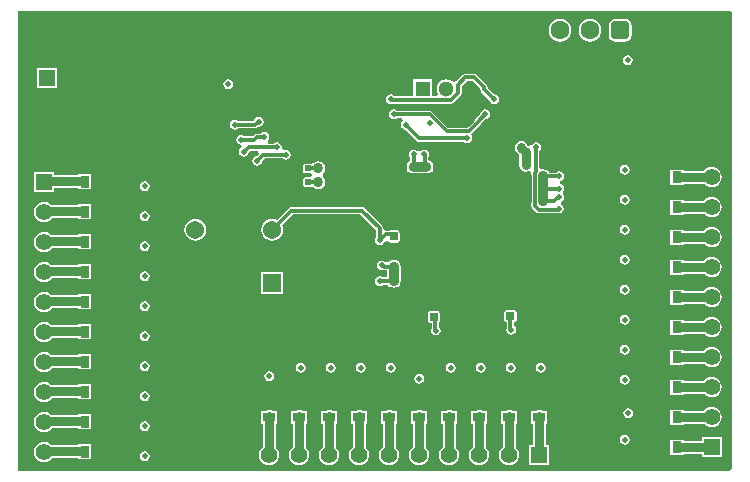
<source format=gbl>
G04*
G04 #@! TF.GenerationSoftware,Altium Limited,Altium Designer,25.7.1 (20)*
G04*
G04 Layer_Physical_Order=4*
G04 Layer_Color=16711680*
%FSLAX44Y44*%
%MOMM*%
G71*
G04*
G04 #@! TF.SameCoordinates,711889C3-5294-40D1-B7F6-5CF0684BB26A*
G04*
G04*
G04 #@! TF.FilePolarity,Positive*
G04*
G01*
G75*
%ADD17R,1.0000X0.8000*%
%ADD19R,0.8000X1.0000*%
G04:AMPARAMS|DCode=22|XSize=0.76mm|YSize=0.6604mm|CornerRadius=0.0825mm|HoleSize=0mm|Usage=FLASHONLY|Rotation=0.000|XOffset=0mm|YOffset=0mm|HoleType=Round|Shape=RoundedRectangle|*
%AMROUNDEDRECTD22*
21,1,0.7600,0.4953,0,0,0.0*
21,1,0.5949,0.6604,0,0,0.0*
1,1,0.1651,0.2975,-0.2477*
1,1,0.1651,-0.2975,-0.2477*
1,1,0.1651,-0.2975,0.2477*
1,1,0.1651,0.2975,0.2477*
%
%ADD22ROUNDEDRECTD22*%
%ADD37R,1.3900X1.3900*%
%ADD38C,1.3900*%
%ADD41R,1.3000X1.3000*%
%ADD42C,1.3000*%
%ADD43C,1.5400*%
%ADD45R,1.5400X1.5400*%
%ADD50C,0.2997*%
%ADD51C,0.7366*%
%ADD52C,0.8128*%
%ADD54C,1.6000*%
G04:AMPARAMS|DCode=55|XSize=1.6mm|YSize=1.6mm|CornerRadius=0.4mm|HoleSize=0mm|Usage=FLASHONLY|Rotation=180.000|XOffset=0mm|YOffset=0mm|HoleType=Round|Shape=RoundedRectangle|*
%AMROUNDEDRECTD55*
21,1,1.6000,0.8000,0,0,180.0*
21,1,0.8000,1.6000,0,0,180.0*
1,1,0.8000,-0.4000,0.4000*
1,1,0.8000,0.4000,0.4000*
1,1,0.8000,0.4000,-0.4000*
1,1,0.8000,-0.4000,-0.4000*
%
%ADD55ROUNDEDRECTD55*%
%ADD56C,0.8600*%
%ADD57C,1.4000*%
%ADD58R,1.4000X1.4000*%
%ADD59R,1.4000X1.4000*%
%ADD60C,0.5080*%
G04:AMPARAMS|DCode=69|XSize=0.76mm|YSize=0.6604mm|CornerRadius=0.0825mm|HoleSize=0mm|Usage=FLASHONLY|Rotation=90.000|XOffset=0mm|YOffset=0mm|HoleType=Round|Shape=RoundedRectangle|*
%AMROUNDEDRECTD69*
21,1,0.7600,0.4953,0,0,90.0*
21,1,0.5949,0.6604,0,0,90.0*
1,1,0.1651,0.2477,0.2975*
1,1,0.1651,0.2477,-0.2975*
1,1,0.1651,-0.2477,-0.2975*
1,1,0.1651,-0.2477,0.2975*
%
%ADD69ROUNDEDRECTD69*%
G04:AMPARAMS|DCode=70|XSize=0.55mm|YSize=0.5mm|CornerRadius=0.0625mm|HoleSize=0mm|Usage=FLASHONLY|Rotation=180.000|XOffset=0mm|YOffset=0mm|HoleType=Round|Shape=RoundedRectangle|*
%AMROUNDEDRECTD70*
21,1,0.5500,0.3750,0,0,180.0*
21,1,0.4250,0.5000,0,0,180.0*
1,1,0.1250,-0.2125,0.1875*
1,1,0.1250,0.2125,0.1875*
1,1,0.1250,0.2125,-0.1875*
1,1,0.1250,-0.2125,-0.1875*
%
%ADD70ROUNDEDRECTD70*%
G36*
X610252Y574157D02*
X610253Y188307D01*
X607713Y186038D01*
X5698D01*
Y574692D01*
X609600D01*
X610252Y574157D01*
D02*
G37*
%LPC*%
G36*
X490220Y568406D02*
X487734Y568079D01*
X485417Y567119D01*
X483427Y565593D01*
X481901Y563603D01*
X480941Y561286D01*
X480614Y558800D01*
X480941Y556314D01*
X481901Y553997D01*
X483427Y552007D01*
X485417Y550481D01*
X487734Y549521D01*
X490220Y549194D01*
X492706Y549521D01*
X495023Y550481D01*
X497013Y552007D01*
X498539Y553997D01*
X499499Y556314D01*
X499826Y558800D01*
X499499Y561286D01*
X498539Y563603D01*
X497013Y565593D01*
X495023Y567119D01*
X492706Y568079D01*
X490220Y568406D01*
D02*
G37*
G36*
X464820D02*
X462334Y568079D01*
X460017Y567119D01*
X458027Y565593D01*
X456501Y563603D01*
X455541Y561286D01*
X455214Y558800D01*
X455541Y556314D01*
X456501Y553997D01*
X458027Y552007D01*
X460017Y550481D01*
X462334Y549521D01*
X464820Y549194D01*
X467306Y549521D01*
X469623Y550481D01*
X471613Y552007D01*
X473139Y553997D01*
X474099Y556314D01*
X474426Y558800D01*
X474099Y561286D01*
X473139Y563603D01*
X471613Y565593D01*
X469623Y567119D01*
X467306Y568079D01*
X464820Y568406D01*
D02*
G37*
G36*
X519620Y568432D02*
X511620D01*
X509465Y568004D01*
X507637Y566783D01*
X506417Y564955D01*
X505988Y562800D01*
Y554800D01*
X506417Y552645D01*
X507637Y550817D01*
X509465Y549596D01*
X511620Y549168D01*
X519620D01*
X521775Y549596D01*
X523603Y550817D01*
X524823Y552645D01*
X525252Y554800D01*
Y562800D01*
X524823Y564955D01*
X523603Y566783D01*
X521775Y568004D01*
X519620Y568432D01*
D02*
G37*
G36*
X521970Y537544D02*
X520384Y537228D01*
X519040Y536330D01*
X518142Y534986D01*
X517826Y533400D01*
X518142Y531814D01*
X519040Y530470D01*
X520384Y529572D01*
X521970Y529256D01*
X523556Y529572D01*
X524900Y530470D01*
X525798Y531814D01*
X526114Y533400D01*
X525798Y534986D01*
X524900Y536330D01*
X523556Y537228D01*
X521970Y537544D01*
D02*
G37*
G36*
X392244Y521874D02*
X384356D01*
X383176Y521640D01*
X382177Y520972D01*
X376778Y515574D01*
X374854Y515168D01*
X373424Y515452D01*
X372347Y516279D01*
X370395Y517088D01*
X368300Y517363D01*
X366205Y517088D01*
X364253Y516279D01*
X362577Y514993D01*
X361291Y513317D01*
X360482Y511365D01*
X360207Y509270D01*
X360482Y507175D01*
X361291Y505223D01*
X359927Y502829D01*
X356324D01*
Y517294D01*
X340276D01*
Y502829D01*
X324561D01*
X324240Y503310D01*
X322896Y504208D01*
X321310Y504524D01*
X319724Y504208D01*
X318380Y503310D01*
X317482Y501966D01*
X317166Y500380D01*
X317482Y498794D01*
X318380Y497450D01*
X319724Y496552D01*
X321310Y496236D01*
X322896Y496552D01*
X323066Y496666D01*
X372244D01*
X373424Y496900D01*
X374424Y497568D01*
X380479Y503624D01*
X381147Y504624D01*
X381382Y505803D01*
Y511460D01*
X385632Y515711D01*
X390968D01*
X397311Y509368D01*
Y508927D01*
X397546Y507748D01*
X398214Y506748D01*
X404850Y500112D01*
X405112Y498794D01*
X406010Y497450D01*
X407354Y496552D01*
X408940Y496236D01*
X410526Y496552D01*
X411870Y497450D01*
X412768Y498794D01*
X413084Y500380D01*
X412768Y501966D01*
X411870Y503310D01*
X410526Y504208D01*
X409208Y504470D01*
X403475Y510204D01*
Y510644D01*
X403240Y511823D01*
X402572Y512823D01*
X394424Y520972D01*
X393424Y521640D01*
X392244Y521874D01*
D02*
G37*
G36*
X38834Y527008D02*
X21886D01*
Y510060D01*
X38834D01*
Y527008D01*
D02*
G37*
G36*
X183776Y517184D02*
X182190Y516868D01*
X180846Y515970D01*
X179948Y514626D01*
X179632Y513040D01*
X179948Y511454D01*
X180846Y510110D01*
X182190Y509212D01*
X183776Y508896D01*
X185362Y509212D01*
X186706Y510110D01*
X187604Y511454D01*
X187920Y513040D01*
X187604Y514626D01*
X186706Y515970D01*
X185362Y516868D01*
X183776Y517184D01*
D02*
G37*
G36*
X209550Y485474D02*
X207964Y485158D01*
X206620Y484260D01*
X205722Y482916D01*
X205600Y482302D01*
X205170Y481872D01*
X191933D01*
X190816Y482618D01*
X189230Y482934D01*
X187644Y482618D01*
X186300Y481720D01*
X185402Y480376D01*
X185086Y478790D01*
X185402Y477204D01*
X186300Y475860D01*
X187644Y474962D01*
X189230Y474646D01*
X190816Y474962D01*
X191933Y475708D01*
X206446D01*
X207626Y475943D01*
X208626Y476611D01*
X209259Y477244D01*
X209550Y477186D01*
X211136Y477502D01*
X212480Y478400D01*
X213378Y479744D01*
X213694Y481330D01*
X213378Y482916D01*
X212480Y484260D01*
X211136Y485158D01*
X209550Y485474D01*
D02*
G37*
G36*
X401320Y491824D02*
X399734Y491508D01*
X398390Y490610D01*
X397492Y489266D01*
X397230Y487948D01*
X392826Y483545D01*
X392158Y482545D01*
X392094Y482219D01*
X386311Y476436D01*
X370179D01*
X356756Y489859D01*
X355756Y490527D01*
X354577Y490762D01*
X326553D01*
X325436Y491508D01*
X323850Y491824D01*
X322264Y491508D01*
X320920Y490610D01*
X320022Y489266D01*
X319706Y487680D01*
X320022Y486094D01*
X320920Y484750D01*
X322264Y483852D01*
X323850Y483536D01*
X325436Y483852D01*
X326553Y484598D01*
X330816D01*
X331586Y482058D01*
X331080Y481720D01*
X330182Y480376D01*
X329866Y478790D01*
X330182Y477204D01*
X331080Y475860D01*
X332424Y474962D01*
X333742Y474700D01*
X343261Y465181D01*
X344261Y464513D01*
X345440Y464278D01*
X383377D01*
X384494Y463532D01*
X386080Y463216D01*
X387666Y463532D01*
X389010Y464430D01*
X389908Y465774D01*
X390224Y467360D01*
X389908Y468946D01*
X389771Y471110D01*
X390650Y472059D01*
X397185Y478593D01*
X397853Y479593D01*
X397918Y479919D01*
X401588Y483590D01*
X402906Y483852D01*
X404250Y484750D01*
X405148Y486094D01*
X405464Y487680D01*
X405148Y489266D01*
X404250Y490610D01*
X402906Y491508D01*
X401320Y491824D01*
D02*
G37*
G36*
X214507Y472650D02*
X212921Y472335D01*
X211577Y471437D01*
X211412Y471190D01*
X207990D01*
X206811Y470955D01*
X205811Y470287D01*
X204696Y469172D01*
X197495D01*
X196378Y469918D01*
X194793Y470234D01*
X193207Y469918D01*
X191863Y469020D01*
X190964Y467676D01*
X190649Y466090D01*
X190964Y464504D01*
X191863Y463160D01*
X193207Y462262D01*
X194793Y461946D01*
X195410Y459613D01*
X194065Y458715D01*
X193167Y457370D01*
X192852Y455785D01*
X193167Y454199D01*
X194065Y452855D01*
X195410Y451956D01*
X196995Y451641D01*
X198581Y451956D01*
X199925Y452855D01*
X200823Y454199D01*
X200946Y454813D01*
X202791Y456658D01*
X208678D01*
X209730Y454118D01*
X208012Y452400D01*
X206694Y452138D01*
X205350Y451240D01*
X204452Y449896D01*
X204136Y448310D01*
X204452Y446724D01*
X205350Y445380D01*
X206694Y444482D01*
X208280Y444166D01*
X209866Y444482D01*
X211210Y445380D01*
X212108Y446724D01*
X212370Y448042D01*
X214636Y450308D01*
X229707D01*
X230824Y449562D01*
X232410Y449246D01*
X233996Y449562D01*
X235340Y450460D01*
X236238Y451804D01*
X236554Y453390D01*
X236238Y454976D01*
X235340Y456320D01*
X233996Y457218D01*
X232410Y457534D01*
X230825Y457218D01*
X230762Y457245D01*
X228857Y458822D01*
X228789Y459012D01*
X228934Y459740D01*
X228618Y461326D01*
X227720Y462670D01*
X226376Y463568D01*
X224790Y463884D01*
X223204Y463568D01*
X222087Y462822D01*
X217886D01*
X217115Y465362D01*
X217437Y465577D01*
X218335Y466921D01*
X218650Y468507D01*
X218335Y470092D01*
X217437Y471437D01*
X216092Y472335D01*
X214507Y472650D01*
D02*
G37*
G36*
X349860Y457788D02*
X348274Y457472D01*
X346930Y456574D01*
X346729Y456273D01*
X343847D01*
X343646Y456574D01*
X342302Y457472D01*
X340716Y457788D01*
X339130Y457472D01*
X337786Y456574D01*
X336888Y455230D01*
X336572Y453644D01*
X336888Y452058D01*
X337634Y450941D01*
Y448111D01*
X336825Y447950D01*
X336048Y447430D01*
X335528Y446653D01*
X335346Y445737D01*
Y444906D01*
X335019Y443260D01*
X335346Y441614D01*
Y440784D01*
X335528Y439867D01*
X336048Y439090D01*
X336825Y438570D01*
X337742Y438388D01*
X337949D01*
X338536Y437996D01*
X340716Y437562D01*
X351638D01*
X353818Y437996D01*
X354405Y438388D01*
X354613D01*
X355529Y438570D01*
X356306Y439090D01*
X356826Y439867D01*
X357008Y440784D01*
Y441614D01*
X357336Y443260D01*
X357008Y444906D01*
Y445737D01*
X356826Y446653D01*
X356306Y447430D01*
X355529Y447950D01*
X354613Y448132D01*
X354405D01*
X353818Y448524D01*
X353340Y448619D01*
Y451538D01*
X353688Y452058D01*
X354004Y453644D01*
X353688Y455230D01*
X352790Y456574D01*
X351446Y457472D01*
X349860Y457788D01*
D02*
G37*
G36*
X260062Y448056D02*
X257790Y447604D01*
X255863Y446317D01*
X254272Y445677D01*
X253433Y445844D01*
X249183D01*
X248344Y445677D01*
X247634Y445202D01*
X247159Y444492D01*
X246992Y443653D01*
Y439903D01*
X247159Y439064D01*
X247634Y438354D01*
X248344Y437879D01*
X249183Y437712D01*
X253433D01*
X253790Y437783D01*
X254491Y437391D01*
X254697Y436514D01*
X254093Y434174D01*
X253943Y434083D01*
X253433Y434184D01*
X249183D01*
X248345Y434017D01*
X247634Y433542D01*
X247159Y432831D01*
X246992Y431993D01*
Y428243D01*
X247159Y427405D01*
X247634Y426694D01*
X248345Y426219D01*
X249183Y426052D01*
X253433D01*
X254272Y426219D01*
X255863Y425919D01*
X257790Y424632D01*
X260062Y424180D01*
X262334Y424632D01*
X264261Y425919D01*
X265548Y427846D01*
X266000Y430118D01*
X265548Y432390D01*
X264261Y434317D01*
X263851Y434591D01*
Y437645D01*
X264261Y437919D01*
X265548Y439846D01*
X266000Y442118D01*
X265548Y444390D01*
X264261Y446317D01*
X262334Y447604D01*
X260062Y448056D01*
D02*
G37*
G36*
X593090Y442938D02*
X590865Y442645D01*
X588791Y441786D01*
X587011Y440419D01*
X586419Y439649D01*
X569284D01*
Y440864D01*
X558236D01*
Y427816D01*
X569284D01*
Y429031D01*
X586419D01*
X587011Y428261D01*
X588791Y426894D01*
X590865Y426035D01*
X593090Y425742D01*
X595315Y426035D01*
X597389Y426894D01*
X599169Y428261D01*
X600536Y430041D01*
X601395Y432115D01*
X601688Y434340D01*
X601395Y436565D01*
X600536Y438639D01*
X599169Y440419D01*
X597389Y441786D01*
X595315Y442645D01*
X593090Y442938D01*
D02*
G37*
G36*
X519430Y444834D02*
X517844Y444518D01*
X516500Y443620D01*
X515602Y442276D01*
X515286Y440690D01*
X515602Y439104D01*
X516500Y437760D01*
X517844Y436862D01*
X519430Y436546D01*
X521016Y436862D01*
X522360Y437760D01*
X523258Y439104D01*
X523574Y440690D01*
X523258Y442276D01*
X522360Y443620D01*
X521016Y444518D01*
X519430Y444834D01*
D02*
G37*
G36*
X431800Y465049D02*
X429768Y464645D01*
X428046Y463494D01*
X426895Y461772D01*
X426491Y459740D01*
Y459176D01*
X426491Y459176D01*
X426895Y457145D01*
X428046Y455422D01*
X430301Y453167D01*
Y444500D01*
X430705Y442468D01*
X431856Y440746D01*
X433578Y439595D01*
X435610Y439191D01*
X437642Y439595D01*
X438156Y439939D01*
X440442Y438411D01*
X440418Y438291D01*
Y410214D01*
X440652Y409034D01*
X441320Y408034D01*
X444600Y404754D01*
X445600Y404086D01*
X446780Y403852D01*
X462127D01*
X462329Y403892D01*
X463550Y403649D01*
X465136Y403964D01*
X466480Y404863D01*
X467378Y406207D01*
X467694Y407793D01*
X467378Y409378D01*
X466480Y410723D01*
X466024Y411027D01*
X465861Y411782D01*
X466007Y413807D01*
X466024Y413849D01*
X466836Y414392D01*
X467734Y415736D01*
X468050Y417322D01*
X467734Y418908D01*
X467551Y419181D01*
X467045Y421005D01*
X467551Y422829D01*
X467734Y423102D01*
X468050Y424688D01*
X467734Y426274D01*
X466836Y427618D01*
X465492Y428516D01*
X465266Y428561D01*
X465070Y428600D01*
Y429080D01*
X465070D01*
Y431190D01*
X465266Y431229D01*
X465492Y431274D01*
X466836Y432172D01*
X467734Y433516D01*
X468050Y435102D01*
X467734Y436688D01*
X466836Y438032D01*
X465492Y438930D01*
X463906Y439246D01*
X462320Y438930D01*
X461393Y438311D01*
X455458D01*
Y438330D01*
X455276Y439247D01*
X454757Y440024D01*
X453979Y440544D01*
X453063Y440726D01*
X452232D01*
X450586Y441054D01*
X449883Y440914D01*
X447343Y442481D01*
Y456752D01*
X447430Y456810D01*
X448328Y458154D01*
X448644Y459740D01*
X448328Y461326D01*
X447430Y462670D01*
X446086Y463568D01*
X444500Y463884D01*
X442914Y463568D01*
X441570Y462670D01*
X440704Y461373D01*
X440671Y461325D01*
X437929Y460556D01*
X436689Y461796D01*
X435554Y463494D01*
X433832Y464645D01*
X431800Y465049D01*
D02*
G37*
G36*
X36464Y439054D02*
X19416D01*
Y422006D01*
X36464D01*
Y425491D01*
X56706D01*
Y424006D01*
X67754D01*
Y437054D01*
X56706D01*
Y436109D01*
X36464D01*
Y439054D01*
D02*
G37*
G36*
X113030Y430864D02*
X111444Y430548D01*
X110100Y429650D01*
X109202Y428306D01*
X108886Y426720D01*
X109202Y425134D01*
X110100Y423790D01*
X111444Y422892D01*
X113030Y422576D01*
X114616Y422892D01*
X115960Y423790D01*
X116858Y425134D01*
X117174Y426720D01*
X116858Y428306D01*
X115960Y429650D01*
X114616Y430548D01*
X113030Y430864D01*
D02*
G37*
G36*
X593090Y417537D02*
X590865Y417245D01*
X588791Y416386D01*
X587011Y415019D01*
X586419Y414249D01*
X569284D01*
Y415464D01*
X558236D01*
Y402416D01*
X569284D01*
Y403631D01*
X586419D01*
X587011Y402861D01*
X588791Y401494D01*
X590865Y400635D01*
X593090Y400342D01*
X595315Y400635D01*
X597389Y401494D01*
X599169Y402861D01*
X600536Y404641D01*
X601395Y406715D01*
X601688Y408940D01*
X601395Y411165D01*
X600536Y413239D01*
X599169Y415019D01*
X597389Y416386D01*
X595315Y417245D01*
X593090Y417537D01*
D02*
G37*
G36*
X519430Y419434D02*
X517844Y419118D01*
X516500Y418220D01*
X515602Y416876D01*
X515286Y415290D01*
X515602Y413704D01*
X516500Y412360D01*
X517844Y411462D01*
X519430Y411146D01*
X521016Y411462D01*
X522360Y412360D01*
X523258Y413704D01*
X523574Y415290D01*
X523258Y416876D01*
X522360Y418220D01*
X521016Y419118D01*
X519430Y419434D01*
D02*
G37*
G36*
X27940Y413727D02*
X25715Y413435D01*
X23641Y412576D01*
X21861Y411209D01*
X20494Y409429D01*
X19635Y407355D01*
X19342Y405130D01*
X19635Y402905D01*
X20494Y400831D01*
X21861Y399051D01*
X23641Y397684D01*
X25715Y396825D01*
X27940Y396533D01*
X30165Y396825D01*
X32239Y397684D01*
X34019Y399051D01*
X34818Y400091D01*
X56706D01*
Y398606D01*
X67754D01*
Y411654D01*
X56706D01*
Y410709D01*
X34403D01*
X34019Y411209D01*
X32239Y412576D01*
X30165Y413435D01*
X27940Y413727D01*
D02*
G37*
G36*
X113030Y405464D02*
X111444Y405148D01*
X110100Y404250D01*
X109202Y402906D01*
X108886Y401320D01*
X109202Y399734D01*
X110100Y398390D01*
X111444Y397492D01*
X113030Y397176D01*
X114616Y397492D01*
X115960Y398390D01*
X116858Y399734D01*
X117174Y401320D01*
X116858Y402906D01*
X115960Y404250D01*
X114616Y405148D01*
X113030Y405464D01*
D02*
G37*
G36*
X593090Y392137D02*
X590865Y391845D01*
X588791Y390986D01*
X587011Y389619D01*
X586419Y388849D01*
X569284D01*
Y390064D01*
X558236D01*
Y377016D01*
X569284D01*
Y378231D01*
X586419D01*
X587011Y377461D01*
X588791Y376094D01*
X590865Y375235D01*
X593090Y374943D01*
X595315Y375235D01*
X597389Y376094D01*
X599169Y377461D01*
X600536Y379241D01*
X601395Y381315D01*
X601688Y383540D01*
X601395Y385765D01*
X600536Y387839D01*
X599169Y389619D01*
X597389Y390986D01*
X595315Y391845D01*
X593090Y392137D01*
D02*
G37*
G36*
X519430Y394034D02*
X517844Y393718D01*
X516500Y392820D01*
X515602Y391476D01*
X515286Y389890D01*
X515602Y388304D01*
X516500Y386960D01*
X517844Y386062D01*
X519430Y385746D01*
X521016Y386062D01*
X522360Y386960D01*
X523258Y388304D01*
X523574Y389890D01*
X523258Y391476D01*
X522360Y392820D01*
X521016Y393718D01*
X519430Y394034D01*
D02*
G37*
G36*
X156082Y399194D02*
X153674Y398877D01*
X151430Y397947D01*
X149503Y396469D01*
X148025Y394542D01*
X147095Y392298D01*
X146778Y389890D01*
X147095Y387482D01*
X148025Y385238D01*
X149503Y383311D01*
X151430Y381833D01*
X153674Y380903D01*
X156082Y380586D01*
X158490Y380903D01*
X160734Y381833D01*
X162661Y383311D01*
X164139Y385238D01*
X165069Y387482D01*
X165386Y389890D01*
X165069Y392298D01*
X164139Y394542D01*
X162661Y396469D01*
X160734Y397947D01*
X158490Y398877D01*
X156082Y399194D01*
D02*
G37*
G36*
X297028Y409228D02*
X237338D01*
X236159Y408993D01*
X235159Y408325D01*
X225060Y398226D01*
X223490Y398877D01*
X221082Y399194D01*
X218674Y398877D01*
X216430Y397947D01*
X214503Y396469D01*
X213025Y394542D01*
X212096Y392298D01*
X211779Y389890D01*
X212096Y387482D01*
X213025Y385238D01*
X214503Y383311D01*
X216430Y381833D01*
X218674Y380903D01*
X221082Y380586D01*
X223490Y380903D01*
X225734Y381833D01*
X227661Y383311D01*
X229139Y385238D01*
X230069Y387482D01*
X230386Y389890D01*
X230069Y392298D01*
X229418Y393868D01*
X238615Y403064D01*
X295751D01*
X308932Y389883D01*
Y383703D01*
X308186Y382586D01*
X307870Y381000D01*
X308186Y379414D01*
X309084Y378070D01*
X310428Y377172D01*
X312014Y376856D01*
X313600Y377172D01*
X314944Y378070D01*
X315842Y379414D01*
X318489Y380772D01*
X319374Y380411D01*
X319894Y379634D01*
X320671Y379114D01*
X321587Y378932D01*
X326540D01*
X327457Y379114D01*
X328234Y379634D01*
X328754Y380411D01*
X328936Y381328D01*
Y387276D01*
X328754Y388193D01*
X328234Y388970D01*
X327457Y389490D01*
X326540Y389672D01*
X321587D01*
X320671Y389490D01*
X320180Y389162D01*
X317094D01*
X315096Y391160D01*
X314861Y392339D01*
X314193Y393339D01*
X299207Y408325D01*
X298207Y408993D01*
X297028Y409228D01*
D02*
G37*
G36*
X27940Y388327D02*
X25715Y388035D01*
X23641Y387176D01*
X21861Y385809D01*
X20494Y384029D01*
X19635Y381955D01*
X19342Y379730D01*
X19635Y377505D01*
X20494Y375431D01*
X21861Y373651D01*
X23641Y372284D01*
X25715Y371425D01*
X27940Y371133D01*
X30165Y371425D01*
X32239Y372284D01*
X34019Y373651D01*
X34818Y374691D01*
X56706D01*
Y373206D01*
X67754D01*
Y386254D01*
X56706D01*
Y385309D01*
X34403D01*
X34019Y385809D01*
X32239Y387176D01*
X30165Y388035D01*
X27940Y388327D01*
D02*
G37*
G36*
X113030Y380064D02*
X111444Y379748D01*
X110100Y378850D01*
X109202Y377506D01*
X108886Y375920D01*
X109202Y374334D01*
X110100Y372990D01*
X111444Y372092D01*
X113030Y371776D01*
X114616Y372092D01*
X115960Y372990D01*
X116858Y374334D01*
X117174Y375920D01*
X116858Y377506D01*
X115960Y378850D01*
X114616Y379748D01*
X113030Y380064D01*
D02*
G37*
G36*
X593090Y366738D02*
X590865Y366445D01*
X588791Y365586D01*
X587011Y364219D01*
X586419Y363449D01*
X569284D01*
Y364664D01*
X558236D01*
Y351616D01*
X569284D01*
Y352831D01*
X586419D01*
X587011Y352061D01*
X588791Y350694D01*
X590865Y349835D01*
X593090Y349543D01*
X595315Y349835D01*
X597389Y350694D01*
X599169Y352061D01*
X600536Y353841D01*
X601395Y355915D01*
X601688Y358140D01*
X601395Y360365D01*
X600536Y362439D01*
X599169Y364219D01*
X597389Y365586D01*
X595315Y366445D01*
X593090Y366738D01*
D02*
G37*
G36*
X324064Y364345D02*
X322418Y364018D01*
X321587D01*
X320671Y363836D01*
X319894Y363316D01*
X319648Y362948D01*
X317537Y362602D01*
X316900Y362624D01*
X315555Y363522D01*
X313970Y363837D01*
X312384Y363522D01*
X311040Y362624D01*
X310142Y361279D01*
X309826Y359694D01*
X310142Y358108D01*
X311040Y356764D01*
X312384Y355866D01*
X313970Y355550D01*
X314815Y355718D01*
X315579Y355566D01*
X318367D01*
Y349538D01*
X314717D01*
X313600Y350284D01*
X312014Y350600D01*
X310428Y350284D01*
X309084Y349386D01*
X308186Y348042D01*
X307870Y346456D01*
X308186Y344870D01*
X309084Y343526D01*
X310428Y342628D01*
X312014Y342312D01*
X313600Y342628D01*
X314717Y343374D01*
X319213D01*
X319374Y342565D01*
X319894Y341788D01*
X320671Y341268D01*
X321587Y341086D01*
X322418D01*
X324064Y340759D01*
X325710Y341086D01*
X326540D01*
X327457Y341268D01*
X328234Y341788D01*
X328754Y342565D01*
X328936Y343481D01*
Y343689D01*
X329328Y344276D01*
X329762Y346456D01*
Y358648D01*
X329328Y360828D01*
X328936Y361415D01*
Y361623D01*
X328754Y362539D01*
X328234Y363316D01*
X327457Y363836D01*
X326540Y364018D01*
X325710D01*
X324064Y364345D01*
D02*
G37*
G36*
X519430Y368634D02*
X517844Y368318D01*
X516500Y367420D01*
X515602Y366076D01*
X515286Y364490D01*
X515602Y362904D01*
X516500Y361560D01*
X517844Y360662D01*
X519430Y360346D01*
X521016Y360662D01*
X522360Y361560D01*
X523258Y362904D01*
X523574Y364490D01*
X523258Y366076D01*
X522360Y367420D01*
X521016Y368318D01*
X519430Y368634D01*
D02*
G37*
G36*
X27940Y362928D02*
X25715Y362635D01*
X23641Y361776D01*
X21861Y360409D01*
X20494Y358629D01*
X19635Y356555D01*
X19342Y354330D01*
X19635Y352105D01*
X20494Y350031D01*
X21861Y348251D01*
X23641Y346884D01*
X25715Y346025D01*
X27940Y345732D01*
X30165Y346025D01*
X32239Y346884D01*
X34019Y348251D01*
X34818Y349291D01*
X56706D01*
Y347806D01*
X67754D01*
Y360854D01*
X56706D01*
Y359909D01*
X34403D01*
X34019Y360409D01*
X32239Y361776D01*
X30165Y362635D01*
X27940Y362928D01*
D02*
G37*
G36*
X113030Y354664D02*
X111444Y354348D01*
X110100Y353450D01*
X109202Y352106D01*
X108886Y350520D01*
X109202Y348934D01*
X110100Y347590D01*
X111444Y346692D01*
X113030Y346376D01*
X114616Y346692D01*
X115960Y347590D01*
X116858Y348934D01*
X117174Y350520D01*
X116858Y352106D01*
X115960Y353450D01*
X114616Y354348D01*
X113030Y354664D01*
D02*
G37*
G36*
X593090Y341338D02*
X590865Y341045D01*
X588791Y340186D01*
X587011Y338819D01*
X586419Y338049D01*
X569284D01*
Y339264D01*
X558236D01*
Y326216D01*
X569284D01*
Y327431D01*
X586419D01*
X587011Y326661D01*
X588791Y325294D01*
X590865Y324435D01*
X593090Y324142D01*
X595315Y324435D01*
X597389Y325294D01*
X599169Y326661D01*
X600536Y328441D01*
X601395Y330515D01*
X601688Y332740D01*
X601395Y334965D01*
X600536Y337039D01*
X599169Y338819D01*
X597389Y340186D01*
X595315Y341045D01*
X593090Y341338D01*
D02*
G37*
G36*
X230306Y354114D02*
X211858D01*
Y335666D01*
X230306D01*
Y354114D01*
D02*
G37*
G36*
X519430Y343234D02*
X517844Y342918D01*
X516500Y342020D01*
X515602Y340676D01*
X515286Y339090D01*
X515602Y337504D01*
X516500Y336160D01*
X517844Y335262D01*
X519430Y334946D01*
X521016Y335262D01*
X522360Y336160D01*
X523258Y337504D01*
X523574Y339090D01*
X523258Y340676D01*
X522360Y342020D01*
X521016Y342918D01*
X519430Y343234D01*
D02*
G37*
G36*
X27940Y337528D02*
X25715Y337235D01*
X23641Y336376D01*
X21861Y335009D01*
X20494Y333229D01*
X19635Y331155D01*
X19342Y328930D01*
X19635Y326705D01*
X20494Y324631D01*
X21861Y322851D01*
X23641Y321484D01*
X25715Y320625D01*
X27940Y320332D01*
X30165Y320625D01*
X32239Y321484D01*
X34019Y322851D01*
X34818Y323891D01*
X56706D01*
Y322406D01*
X67754D01*
Y335454D01*
X56706D01*
Y334509D01*
X34403D01*
X34019Y335009D01*
X32239Y336376D01*
X30165Y337235D01*
X27940Y337528D01*
D02*
G37*
G36*
X113030Y329264D02*
X111444Y328948D01*
X110100Y328050D01*
X109202Y326706D01*
X108886Y325120D01*
X109202Y323534D01*
X110100Y322190D01*
X111444Y321292D01*
X113030Y320976D01*
X114616Y321292D01*
X115960Y322190D01*
X116858Y323534D01*
X117174Y325120D01*
X116858Y326706D01*
X115960Y328050D01*
X114616Y328948D01*
X113030Y329264D01*
D02*
G37*
G36*
X593090Y315938D02*
X590865Y315645D01*
X588791Y314786D01*
X587011Y313419D01*
X586419Y312649D01*
X569284D01*
Y313864D01*
X558236D01*
Y300816D01*
X569284D01*
Y302031D01*
X586419D01*
X587011Y301261D01*
X588791Y299894D01*
X590865Y299035D01*
X593090Y298743D01*
X595315Y299035D01*
X597389Y299894D01*
X599169Y301261D01*
X600536Y303041D01*
X601395Y305115D01*
X601688Y307340D01*
X601395Y309565D01*
X600536Y311639D01*
X599169Y313419D01*
X597389Y314786D01*
X595315Y315645D01*
X593090Y315938D01*
D02*
G37*
G36*
X519430Y317834D02*
X517844Y317518D01*
X516500Y316620D01*
X515602Y315276D01*
X515286Y313690D01*
X515602Y312104D01*
X516500Y310760D01*
X517844Y309862D01*
X519430Y309546D01*
X521016Y309862D01*
X522360Y310760D01*
X523258Y312104D01*
X523574Y313690D01*
X523258Y315276D01*
X522360Y316620D01*
X521016Y317518D01*
X519430Y317834D01*
D02*
G37*
G36*
X425733Y321722D02*
X419784D01*
X418867Y321540D01*
X418090Y321020D01*
X417570Y320243D01*
X417388Y319326D01*
Y314373D01*
X417570Y313457D01*
X418090Y312680D01*
X418867Y312160D01*
X419676Y311999D01*
Y306561D01*
X419376Y305054D01*
X419692Y303468D01*
X420590Y302124D01*
X421934Y301226D01*
X423520Y300910D01*
X425106Y301226D01*
X426450Y302124D01*
X427348Y303468D01*
X427664Y305054D01*
X427348Y306640D01*
X426450Y307984D01*
X425840Y308392D01*
Y311999D01*
X426649Y312160D01*
X427426Y312680D01*
X427946Y313457D01*
X428128Y314373D01*
Y319326D01*
X427946Y320243D01*
X427426Y321020D01*
X426649Y321540D01*
X425733Y321722D01*
D02*
G37*
G36*
X360962Y321072D02*
X355014D01*
X354097Y320890D01*
X353320Y320370D01*
X352800Y319593D01*
X352618Y318676D01*
Y313724D01*
X352800Y312807D01*
X353320Y312030D01*
X354097Y311510D01*
X355014Y311328D01*
X356032D01*
Y306652D01*
X355684Y306132D01*
X355368Y304546D01*
X355684Y302960D01*
X356582Y301616D01*
X357926Y300718D01*
X359512Y300402D01*
X361098Y300718D01*
X362442Y301616D01*
X363340Y302960D01*
X363656Y304546D01*
X363340Y306132D01*
X362442Y307476D01*
X362195Y307641D01*
Y311721D01*
X362657Y312030D01*
X363176Y312807D01*
X363358Y313724D01*
Y318676D01*
X363176Y319593D01*
X362657Y320370D01*
X361879Y320890D01*
X360962Y321072D01*
D02*
G37*
G36*
X27940Y312127D02*
X25715Y311835D01*
X23641Y310976D01*
X21861Y309609D01*
X20494Y307829D01*
X19635Y305755D01*
X19342Y303530D01*
X19635Y301305D01*
X20494Y299231D01*
X21861Y297451D01*
X23641Y296084D01*
X25715Y295225D01*
X27940Y294932D01*
X30165Y295225D01*
X32239Y296084D01*
X34019Y297451D01*
X34818Y298491D01*
X56706D01*
Y297006D01*
X67754D01*
Y310054D01*
X56706D01*
Y309109D01*
X34403D01*
X34019Y309609D01*
X32239Y310976D01*
X30165Y311835D01*
X27940Y312127D01*
D02*
G37*
G36*
X113030Y303864D02*
X111444Y303548D01*
X110100Y302650D01*
X109202Y301306D01*
X108886Y299720D01*
X109202Y298134D01*
X110100Y296790D01*
X111444Y295892D01*
X113030Y295576D01*
X114616Y295892D01*
X115960Y296790D01*
X116858Y298134D01*
X117174Y299720D01*
X116858Y301306D01*
X115960Y302650D01*
X114616Y303548D01*
X113030Y303864D01*
D02*
G37*
G36*
X593090Y290537D02*
X590865Y290245D01*
X588791Y289386D01*
X587011Y288019D01*
X586419Y287249D01*
X569284D01*
Y288464D01*
X558236D01*
Y275416D01*
X569284D01*
Y276631D01*
X586419D01*
X587011Y275861D01*
X588791Y274494D01*
X590865Y273635D01*
X593090Y273342D01*
X595315Y273635D01*
X597389Y274494D01*
X599169Y275861D01*
X600536Y277641D01*
X601395Y279715D01*
X601688Y281940D01*
X601395Y284165D01*
X600536Y286239D01*
X599169Y288019D01*
X597389Y289386D01*
X595315Y290245D01*
X593090Y290537D01*
D02*
G37*
G36*
X519430Y292434D02*
X517844Y292118D01*
X516500Y291220D01*
X515602Y289876D01*
X515286Y288290D01*
X515602Y286704D01*
X516500Y285360D01*
X517844Y284462D01*
X519430Y284146D01*
X521016Y284462D01*
X522360Y285360D01*
X523258Y286704D01*
X523574Y288290D01*
X523258Y289876D01*
X522360Y291220D01*
X521016Y292118D01*
X519430Y292434D01*
D02*
G37*
G36*
X27940Y286728D02*
X25715Y286435D01*
X23641Y285576D01*
X21861Y284209D01*
X20494Y282429D01*
X19635Y280355D01*
X19342Y278130D01*
X19635Y275905D01*
X20494Y273831D01*
X21861Y272051D01*
X23641Y270684D01*
X25715Y269825D01*
X27940Y269533D01*
X30165Y269825D01*
X32239Y270684D01*
X34019Y272051D01*
X34818Y273091D01*
X56706D01*
Y271606D01*
X67754D01*
Y284654D01*
X56706D01*
Y283709D01*
X34403D01*
X34019Y284209D01*
X32239Y285576D01*
X30165Y286435D01*
X27940Y286728D01*
D02*
G37*
G36*
X113030Y278464D02*
X111444Y278148D01*
X110100Y277250D01*
X109202Y275906D01*
X108886Y274320D01*
X109202Y272734D01*
X110100Y271390D01*
X111444Y270492D01*
X113030Y270176D01*
X114616Y270492D01*
X115960Y271390D01*
X116858Y272734D01*
X117174Y274320D01*
X116858Y275906D01*
X115960Y277250D01*
X114616Y278148D01*
X113030Y278464D01*
D02*
G37*
G36*
X448310Y277194D02*
X446724Y276878D01*
X445380Y275980D01*
X444482Y274636D01*
X444166Y273050D01*
X444482Y271464D01*
X445380Y270120D01*
X446724Y269222D01*
X448310Y268906D01*
X449896Y269222D01*
X451240Y270120D01*
X452138Y271464D01*
X452454Y273050D01*
X452138Y274636D01*
X451240Y275980D01*
X449896Y276878D01*
X448310Y277194D01*
D02*
G37*
G36*
X422910D02*
X421324Y276878D01*
X419980Y275980D01*
X419082Y274636D01*
X418766Y273050D01*
X419082Y271464D01*
X419980Y270120D01*
X421324Y269222D01*
X422910Y268906D01*
X424496Y269222D01*
X425840Y270120D01*
X426738Y271464D01*
X427054Y273050D01*
X426738Y274636D01*
X425840Y275980D01*
X424496Y276878D01*
X422910Y277194D01*
D02*
G37*
G36*
X397510D02*
X395924Y276878D01*
X394580Y275980D01*
X393682Y274636D01*
X393366Y273050D01*
X393682Y271464D01*
X394580Y270120D01*
X395924Y269222D01*
X397510Y268906D01*
X399096Y269222D01*
X400440Y270120D01*
X401338Y271464D01*
X401654Y273050D01*
X401338Y274636D01*
X400440Y275980D01*
X399096Y276878D01*
X397510Y277194D01*
D02*
G37*
G36*
X372110D02*
X370524Y276878D01*
X369180Y275980D01*
X368282Y274636D01*
X367966Y273050D01*
X368282Y271464D01*
X369180Y270120D01*
X370524Y269222D01*
X372110Y268906D01*
X373696Y269222D01*
X375040Y270120D01*
X375938Y271464D01*
X376254Y273050D01*
X375938Y274636D01*
X375040Y275980D01*
X373696Y276878D01*
X372110Y277194D01*
D02*
G37*
G36*
X321310D02*
X319724Y276878D01*
X318380Y275980D01*
X317482Y274636D01*
X317166Y273050D01*
X317482Y271464D01*
X318380Y270120D01*
X319724Y269222D01*
X321310Y268906D01*
X322896Y269222D01*
X324240Y270120D01*
X325138Y271464D01*
X325454Y273050D01*
X325138Y274636D01*
X324240Y275980D01*
X322896Y276878D01*
X321310Y277194D01*
D02*
G37*
G36*
X295910D02*
X294324Y276878D01*
X292980Y275980D01*
X292082Y274636D01*
X291766Y273050D01*
X292082Y271464D01*
X292980Y270120D01*
X294324Y269222D01*
X295910Y268906D01*
X297496Y269222D01*
X298840Y270120D01*
X299738Y271464D01*
X300054Y273050D01*
X299738Y274636D01*
X298840Y275980D01*
X297496Y276878D01*
X295910Y277194D01*
D02*
G37*
G36*
X270510D02*
X268924Y276878D01*
X267580Y275980D01*
X266682Y274636D01*
X266366Y273050D01*
X266682Y271464D01*
X267580Y270120D01*
X268924Y269222D01*
X270510Y268906D01*
X272096Y269222D01*
X273440Y270120D01*
X274338Y271464D01*
X274654Y273050D01*
X274338Y274636D01*
X273440Y275980D01*
X272096Y276878D01*
X270510Y277194D01*
D02*
G37*
G36*
X245110D02*
X243524Y276878D01*
X242180Y275980D01*
X241282Y274636D01*
X240966Y273050D01*
X241282Y271464D01*
X242180Y270120D01*
X243524Y269222D01*
X245110Y268906D01*
X246696Y269222D01*
X248040Y270120D01*
X248938Y271464D01*
X249254Y273050D01*
X248938Y274636D01*
X248040Y275980D01*
X246696Y276878D01*
X245110Y277194D01*
D02*
G37*
G36*
X593090Y265138D02*
X590865Y264845D01*
X588791Y263986D01*
X587011Y262619D01*
X586419Y261849D01*
X569284D01*
Y263064D01*
X558236D01*
Y250016D01*
X569284D01*
Y251231D01*
X586419D01*
X587011Y250461D01*
X588791Y249094D01*
X590865Y248235D01*
X593090Y247943D01*
X595315Y248235D01*
X597389Y249094D01*
X599169Y250461D01*
X600536Y252241D01*
X601395Y254315D01*
X601688Y256540D01*
X601395Y258765D01*
X600536Y260839D01*
X599169Y262619D01*
X597389Y263986D01*
X595315Y264845D01*
X593090Y265138D01*
D02*
G37*
G36*
X218440Y270075D02*
X216854Y269759D01*
X215510Y268861D01*
X214612Y267517D01*
X214296Y265931D01*
X214612Y264345D01*
X215510Y263001D01*
X216854Y262103D01*
X218440Y261787D01*
X220026Y262103D01*
X221370Y263001D01*
X222268Y264345D01*
X222584Y265931D01*
X222268Y267517D01*
X221370Y268861D01*
X220026Y269759D01*
X218440Y270075D01*
D02*
G37*
G36*
X345440Y267796D02*
X343854Y267481D01*
X342510Y266582D01*
X341612Y265238D01*
X341296Y263652D01*
X341612Y262067D01*
X342510Y260722D01*
X343854Y259824D01*
X345440Y259509D01*
X347026Y259824D01*
X348370Y260722D01*
X349268Y262067D01*
X349584Y263652D01*
X349268Y265238D01*
X348370Y266582D01*
X347026Y267481D01*
X345440Y267796D01*
D02*
G37*
G36*
X519430Y267034D02*
X517844Y266718D01*
X516500Y265820D01*
X515602Y264476D01*
X515286Y262890D01*
X515602Y261304D01*
X516500Y259960D01*
X517844Y259062D01*
X519430Y258746D01*
X521016Y259062D01*
X522360Y259960D01*
X523258Y261304D01*
X523574Y262890D01*
X523258Y264476D01*
X522360Y265820D01*
X521016Y266718D01*
X519430Y267034D01*
D02*
G37*
G36*
X27940Y261327D02*
X25715Y261035D01*
X23641Y260176D01*
X21861Y258809D01*
X20494Y257029D01*
X19635Y254955D01*
X19342Y252730D01*
X19635Y250505D01*
X20494Y248431D01*
X21861Y246651D01*
X23641Y245284D01*
X25715Y244425D01*
X27940Y244132D01*
X30165Y244425D01*
X32239Y245284D01*
X34019Y246651D01*
X34818Y247691D01*
X56706D01*
Y246206D01*
X67754D01*
Y259254D01*
X56706D01*
Y258309D01*
X34403D01*
X34019Y258809D01*
X32239Y260176D01*
X30165Y261035D01*
X27940Y261327D01*
D02*
G37*
G36*
X113030Y253064D02*
X111444Y252748D01*
X110100Y251850D01*
X109202Y250506D01*
X108886Y248920D01*
X109202Y247334D01*
X110100Y245990D01*
X111444Y245092D01*
X113030Y244776D01*
X114616Y245092D01*
X115960Y245990D01*
X116858Y247334D01*
X117174Y248920D01*
X116858Y250506D01*
X115960Y251850D01*
X114616Y252748D01*
X113030Y253064D01*
D02*
G37*
G36*
X593090Y239737D02*
X590865Y239445D01*
X588791Y238586D01*
X587011Y237219D01*
X586419Y236449D01*
X569284D01*
Y237664D01*
X558236D01*
Y224616D01*
X569284D01*
Y225831D01*
X586419D01*
X587011Y225061D01*
X588791Y223694D01*
X590865Y222835D01*
X593090Y222542D01*
X595315Y222835D01*
X597389Y223694D01*
X599169Y225061D01*
X600536Y226841D01*
X601395Y228915D01*
X601688Y231140D01*
X601395Y233365D01*
X600536Y235439D01*
X599169Y237219D01*
X597389Y238586D01*
X595315Y239445D01*
X593090Y239737D01*
D02*
G37*
G36*
X522397Y238666D02*
X520812Y238351D01*
X519467Y237453D01*
X518569Y236108D01*
X518254Y234523D01*
X518569Y232937D01*
X519467Y231593D01*
X520812Y230694D01*
X522397Y230379D01*
X523983Y230694D01*
X525327Y231593D01*
X526226Y232937D01*
X526541Y234523D01*
X526226Y236108D01*
X525327Y237453D01*
X523983Y238351D01*
X522397Y238666D01*
D02*
G37*
G36*
X27940Y235928D02*
X25715Y235635D01*
X23641Y234776D01*
X21861Y233409D01*
X20494Y231629D01*
X19635Y229555D01*
X19342Y227330D01*
X19635Y225105D01*
X20494Y223031D01*
X21861Y221251D01*
X23641Y219884D01*
X25715Y219025D01*
X27940Y218732D01*
X30165Y219025D01*
X32239Y219884D01*
X34019Y221251D01*
X34818Y222291D01*
X56706D01*
Y220806D01*
X67754D01*
Y233854D01*
X56706D01*
Y232909D01*
X34403D01*
X34019Y233409D01*
X32239Y234776D01*
X30165Y235635D01*
X27940Y235928D01*
D02*
G37*
G36*
X113030Y227664D02*
X111444Y227348D01*
X110100Y226450D01*
X109202Y225106D01*
X108886Y223520D01*
X109202Y221934D01*
X110100Y220590D01*
X111444Y219692D01*
X113030Y219376D01*
X114616Y219692D01*
X115960Y220590D01*
X116858Y221934D01*
X117174Y223520D01*
X116858Y225106D01*
X115960Y226450D01*
X114616Y227348D01*
X113030Y227664D01*
D02*
G37*
G36*
X601614Y214264D02*
X584566D01*
Y211049D01*
X569284D01*
Y212264D01*
X558236D01*
Y199216D01*
X569284D01*
Y200431D01*
X584566D01*
Y197216D01*
X601614D01*
Y214264D01*
D02*
G37*
G36*
X519430Y216234D02*
X517844Y215918D01*
X516500Y215020D01*
X515602Y213676D01*
X515286Y212090D01*
X515602Y210504D01*
X516500Y209160D01*
X517844Y208262D01*
X519430Y207946D01*
X521016Y208262D01*
X522360Y209160D01*
X523258Y210504D01*
X523574Y212090D01*
X523258Y213676D01*
X522360Y215020D01*
X521016Y215918D01*
X519430Y216234D01*
D02*
G37*
G36*
X27940Y210527D02*
X25715Y210235D01*
X23641Y209376D01*
X21861Y208009D01*
X20494Y206229D01*
X19635Y204155D01*
X19342Y201930D01*
X19635Y199705D01*
X20494Y197631D01*
X21861Y195851D01*
X23641Y194484D01*
X25715Y193625D01*
X27940Y193333D01*
X30165Y193625D01*
X32239Y194484D01*
X34019Y195851D01*
X34818Y196891D01*
X56706D01*
Y195406D01*
X67754D01*
Y208454D01*
X56706D01*
Y207509D01*
X34403D01*
X34019Y208009D01*
X32239Y209376D01*
X30165Y210235D01*
X27940Y210527D01*
D02*
G37*
G36*
X113030Y202264D02*
X111444Y201948D01*
X110100Y201050D01*
X109202Y199706D01*
X108886Y198120D01*
X109202Y196534D01*
X110100Y195190D01*
X111444Y194292D01*
X113030Y193976D01*
X114616Y194292D01*
X115960Y195190D01*
X116858Y196534D01*
X117174Y198120D01*
X116858Y199706D01*
X115960Y201050D01*
X114616Y201948D01*
X113030Y202264D01*
D02*
G37*
G36*
X447182Y237370D02*
X445151Y236966D01*
X444879Y236784D01*
X440516D01*
Y225736D01*
X441873D01*
Y207914D01*
X438516D01*
Y190866D01*
X455564D01*
Y207914D01*
X452491D01*
Y225736D01*
X453564D01*
Y236784D01*
X449486D01*
X449214Y236966D01*
X447182Y237370D01*
D02*
G37*
G36*
X421782D02*
X419751Y236966D01*
X419479Y236784D01*
X415116D01*
Y225736D01*
X416473D01*
Y206170D01*
X415561Y205469D01*
X414194Y203689D01*
X413335Y201615D01*
X413042Y199390D01*
X413335Y197165D01*
X414194Y195091D01*
X415561Y193311D01*
X417341Y191944D01*
X419415Y191085D01*
X421640Y190793D01*
X423865Y191085D01*
X425939Y191944D01*
X427719Y193311D01*
X429086Y195091D01*
X429945Y197165D01*
X430238Y199390D01*
X429945Y201615D01*
X429086Y203689D01*
X427719Y205469D01*
X427091Y205951D01*
Y225736D01*
X428164D01*
Y236784D01*
X424086D01*
X423814Y236966D01*
X421782Y237370D01*
D02*
G37*
G36*
X396382D02*
X394351Y236966D01*
X394079Y236784D01*
X389716D01*
Y225736D01*
X391073D01*
Y206170D01*
X390161Y205469D01*
X388794Y203689D01*
X387935Y201615D01*
X387643Y199390D01*
X387935Y197165D01*
X388794Y195091D01*
X390161Y193311D01*
X391941Y191944D01*
X394015Y191085D01*
X396240Y190793D01*
X398465Y191085D01*
X400539Y191944D01*
X402319Y193311D01*
X403686Y195091D01*
X404545Y197165D01*
X404837Y199390D01*
X404545Y201615D01*
X403686Y203689D01*
X402319Y205469D01*
X401691Y205951D01*
Y225736D01*
X402764D01*
Y236784D01*
X398686D01*
X398414Y236966D01*
X396382Y237370D01*
D02*
G37*
G36*
X370982D02*
X368951Y236966D01*
X368679Y236784D01*
X364316D01*
Y225736D01*
X365673D01*
Y206170D01*
X364761Y205469D01*
X363394Y203689D01*
X362535Y201615D01*
X362243Y199390D01*
X362535Y197165D01*
X363394Y195091D01*
X364761Y193311D01*
X366541Y191944D01*
X368615Y191085D01*
X370840Y190793D01*
X373065Y191085D01*
X375139Y191944D01*
X376919Y193311D01*
X378286Y195091D01*
X379145Y197165D01*
X379437Y199390D01*
X379145Y201615D01*
X378286Y203689D01*
X376919Y205469D01*
X376291Y205951D01*
Y225736D01*
X377364D01*
Y236784D01*
X373286D01*
X373014Y236966D01*
X370982Y237370D01*
D02*
G37*
G36*
X345582D02*
X343551Y236966D01*
X343279Y236784D01*
X338916D01*
Y225736D01*
X340273D01*
Y206170D01*
X339361Y205469D01*
X337994Y203689D01*
X337135Y201615D01*
X336842Y199390D01*
X337135Y197165D01*
X337994Y195091D01*
X339361Y193311D01*
X341141Y191944D01*
X343215Y191085D01*
X345440Y190793D01*
X347665Y191085D01*
X349739Y191944D01*
X351519Y193311D01*
X352886Y195091D01*
X353745Y197165D01*
X354038Y199390D01*
X353745Y201615D01*
X352886Y203689D01*
X351519Y205469D01*
X350891Y205951D01*
Y225736D01*
X351964D01*
Y236784D01*
X347886D01*
X347614Y236966D01*
X345582Y237370D01*
D02*
G37*
G36*
X320182D02*
X318151Y236966D01*
X317879Y236784D01*
X313516D01*
Y225736D01*
X314873D01*
Y206170D01*
X313961Y205469D01*
X312594Y203689D01*
X311735Y201615D01*
X311443Y199390D01*
X311735Y197165D01*
X312594Y195091D01*
X313961Y193311D01*
X315741Y191944D01*
X317815Y191085D01*
X320040Y190793D01*
X322265Y191085D01*
X324339Y191944D01*
X326119Y193311D01*
X327486Y195091D01*
X328345Y197165D01*
X328638Y199390D01*
X328345Y201615D01*
X327486Y203689D01*
X326119Y205469D01*
X325491Y205951D01*
Y225736D01*
X326564D01*
Y236784D01*
X322486D01*
X322214Y236966D01*
X320182Y237370D01*
D02*
G37*
G36*
X294782D02*
X292751Y236966D01*
X292479Y236784D01*
X288116D01*
Y225736D01*
X289473D01*
Y206170D01*
X288561Y205469D01*
X287194Y203689D01*
X286335Y201615D01*
X286042Y199390D01*
X286335Y197165D01*
X287194Y195091D01*
X288561Y193311D01*
X290341Y191944D01*
X292415Y191085D01*
X294640Y190793D01*
X296865Y191085D01*
X298939Y191944D01*
X300719Y193311D01*
X302086Y195091D01*
X302945Y197165D01*
X303237Y199390D01*
X302945Y201615D01*
X302086Y203689D01*
X300719Y205469D01*
X300091Y205951D01*
Y225736D01*
X301164D01*
Y236784D01*
X297086D01*
X296814Y236966D01*
X294782Y237370D01*
D02*
G37*
G36*
X269382D02*
X267351Y236966D01*
X267079Y236784D01*
X262716D01*
Y225736D01*
X264073D01*
Y206170D01*
X263161Y205469D01*
X261794Y203689D01*
X260935Y201615D01*
X260643Y199390D01*
X260935Y197165D01*
X261794Y195091D01*
X263161Y193311D01*
X264941Y191944D01*
X267015Y191085D01*
X269240Y190793D01*
X271465Y191085D01*
X273539Y191944D01*
X275319Y193311D01*
X276686Y195091D01*
X277545Y197165D01*
X277838Y199390D01*
X277545Y201615D01*
X276686Y203689D01*
X275319Y205469D01*
X274691Y205951D01*
Y225736D01*
X275764D01*
Y236784D01*
X271686D01*
X271414Y236966D01*
X269382Y237370D01*
D02*
G37*
G36*
X243982D02*
X241951Y236966D01*
X241679Y236784D01*
X237316D01*
Y225736D01*
X238673D01*
Y206170D01*
X237761Y205469D01*
X236394Y203689D01*
X235535Y201615D01*
X235243Y199390D01*
X235535Y197165D01*
X236394Y195091D01*
X237761Y193311D01*
X239541Y191944D01*
X241615Y191085D01*
X243840Y190793D01*
X246065Y191085D01*
X248139Y191944D01*
X249919Y193311D01*
X251286Y195091D01*
X252145Y197165D01*
X252437Y199390D01*
X252145Y201615D01*
X251286Y203689D01*
X249919Y205469D01*
X249291Y205951D01*
Y225736D01*
X250364D01*
Y236784D01*
X246286D01*
X246014Y236966D01*
X243982Y237370D01*
D02*
G37*
G36*
X218582Y237370D02*
X216551Y236966D01*
X216279Y236784D01*
X211916D01*
Y225736D01*
X213273D01*
Y206170D01*
X212361Y205469D01*
X210994Y203689D01*
X210135Y201615D01*
X209842Y199390D01*
X210135Y197165D01*
X210994Y195091D01*
X212361Y193311D01*
X214141Y191944D01*
X216215Y191085D01*
X218440Y190793D01*
X220665Y191085D01*
X222739Y191944D01*
X224519Y193311D01*
X225886Y195091D01*
X226745Y197165D01*
X227038Y199390D01*
X226745Y201615D01*
X225886Y203689D01*
X224519Y205469D01*
X223891Y205951D01*
Y225736D01*
X224964D01*
Y236784D01*
X220886D01*
X220614Y236966D01*
X218582Y237370D01*
D02*
G37*
%LPD*%
D17*
X447040Y246260D02*
D03*
X421640D02*
D03*
X396240Y246260D02*
D03*
X370840D02*
D03*
X345440D02*
D03*
X320040D02*
D03*
X294640D02*
D03*
X218440D02*
D03*
X243840D02*
D03*
X269240D02*
D03*
X421640Y231260D02*
D03*
X370840Y231260D02*
D03*
X218440D02*
D03*
X243840D02*
D03*
X269240D02*
D03*
X294640D02*
D03*
X320040D02*
D03*
X345440D02*
D03*
X396240D02*
D03*
X447040Y231260D02*
D03*
D19*
X548760Y434340D02*
D03*
Y408940D02*
D03*
Y383540D02*
D03*
Y358140D02*
D03*
Y332740D02*
D03*
Y307340D02*
D03*
Y281940D02*
D03*
Y256540D02*
D03*
Y231140D02*
D03*
Y205740D02*
D03*
X77230Y430530D02*
D03*
Y405130D02*
D03*
Y379730D02*
D03*
Y354330D02*
D03*
Y328930D02*
D03*
Y278130D02*
D03*
Y303530D02*
D03*
Y227330D02*
D03*
Y252730D02*
D03*
Y201930D02*
D03*
X62230Y430530D02*
D03*
Y227330D02*
D03*
Y252730D02*
D03*
Y303530D02*
D03*
Y278130D02*
D03*
Y379730D02*
D03*
Y405130D02*
D03*
Y354330D02*
D03*
Y328930D02*
D03*
Y201930D02*
D03*
X563760Y434340D02*
D03*
Y408940D02*
D03*
Y383540D02*
D03*
Y358140D02*
D03*
Y332740D02*
D03*
Y307340D02*
D03*
Y281940D02*
D03*
Y256540D02*
D03*
Y231140D02*
D03*
Y205740D02*
D03*
D22*
X422758Y316850D02*
D03*
X357988Y316200D02*
D03*
X351638Y443260D02*
D03*
X340716D02*
D03*
Y429260D02*
D03*
X351638D02*
D03*
X422758Y330850D02*
D03*
X357988Y330200D02*
D03*
D37*
X30360Y518534D02*
D03*
D38*
Y538534D02*
D03*
D41*
X348300Y509270D02*
D03*
D42*
X388300D02*
D03*
X368300D02*
D03*
D43*
X156082Y344890D02*
D03*
Y389890D02*
D03*
X221082D02*
D03*
D45*
Y344890D02*
D03*
D50*
X462986Y407793D02*
X463550D01*
X443499Y438291D02*
X444262Y439053D01*
X446780Y406933D02*
X462127D01*
X444262Y459501D02*
X444500Y459740D01*
X462127Y406933D02*
X462986Y407793D01*
X443499Y410214D02*
X446780Y406933D01*
X443499Y410214D02*
Y438291D01*
X444262Y439053D02*
Y459501D01*
X450713Y435229D02*
X463779D01*
X463906Y435102D01*
X450586Y435356D02*
X450713Y435229D01*
X349860Y453644D02*
X350259Y453246D01*
Y444640D02*
Y453246D01*
Y444640D02*
X351638Y443260D01*
X463342Y417322D02*
X463906D01*
X450586Y424688D02*
X463906D01*
X460040Y414020D02*
X463342Y417322D01*
X450586Y414020D02*
X460040D01*
X357988Y316200D02*
X359114Y315075D01*
X422758Y306380D02*
Y316850D01*
Y306380D02*
X423520Y305618D01*
Y305054D02*
Y305618D01*
X359114Y304944D02*
Y315075D01*
Y304944D02*
X359512Y304546D01*
X340716Y443260D02*
Y453390D01*
X340716Y443260D02*
X340716Y443260D01*
X314534Y359694D02*
X315579Y358648D01*
X324064D01*
X313970Y359694D02*
X314534D01*
X312014Y346456D02*
X324064D01*
X324064Y346456D01*
X245226Y421118D02*
X251308D01*
X244704Y451104D02*
X250982D01*
X251308Y450778D01*
X242926Y449326D02*
X244704Y451104D01*
X242926Y436372D02*
Y449326D01*
X235560Y436372D02*
X242926D01*
Y423418D02*
Y436372D01*
Y423418D02*
X245226Y421118D01*
X197559Y455785D02*
X201514Y459740D01*
X196995Y455785D02*
X197559D01*
X194793Y466090D02*
X205972D01*
X201514Y459740D02*
X224790D01*
X205972Y466090D02*
X207990Y468108D01*
X214108D01*
X214507Y468507D01*
X213360Y453390D02*
X232410D01*
X208280Y448310D02*
X213360Y453390D01*
X206446Y478790D02*
X208986Y481330D01*
X189230Y478790D02*
X206446D01*
X208986Y481330D02*
X209550D01*
X321310Y500380D02*
X321874D01*
X322506Y499747D01*
X372244D01*
X378300Y505803D01*
Y512737D01*
X384356Y518793D01*
X392244D01*
X400393Y510644D01*
Y508927D02*
Y510644D01*
Y508927D02*
X408940Y500380D01*
X323850Y487680D02*
X354577D01*
X368902Y473354D01*
X387588D01*
X395006Y480773D01*
Y481366D01*
X401320Y487680D01*
X334010Y478790D02*
X345440Y467360D01*
X386080D01*
X221082Y389890D02*
X237338Y406146D01*
X297028D02*
X312014Y391160D01*
X237338Y406146D02*
X297028D01*
X312014Y381000D02*
Y391160D01*
X317094Y386080D02*
X322286D01*
X312014Y381000D02*
X317094Y386080D01*
X322286D02*
X324064Y384302D01*
X251308Y430118D02*
X260062D01*
X251308Y441778D02*
X251478Y441948D01*
X259892D01*
X260062Y442118D01*
D51*
X541187Y265747D02*
X549077Y257857D01*
X533717Y265747D02*
X541187D01*
X548760Y256540D02*
X549077Y256857D01*
X563760Y256540D02*
X593090D01*
X563760Y205740D02*
X593090D01*
X563760Y231140D02*
X593090D01*
X563760Y281940D02*
X593090D01*
X563760Y307340D02*
X593090D01*
X563760Y332740D02*
X593090D01*
X563760Y358140D02*
X593090D01*
X563760Y383540D02*
X593090D01*
X563760Y408940D02*
X593090D01*
X563760Y434340D02*
X593090D01*
X218582Y200191D02*
Y232061D01*
X243982Y200191D02*
Y232061D01*
X269382Y200191D02*
Y232061D01*
X294782Y200191D02*
Y232061D01*
X320182Y200191D02*
Y232061D01*
X345582Y200191D02*
Y232061D01*
X370982Y200191D02*
Y232061D01*
X396382Y200191D02*
Y232061D01*
X421782Y200191D02*
Y232061D01*
X447182Y200191D02*
Y232061D01*
X26670Y202200D02*
X60960D01*
X26670Y227600D02*
X60960D01*
X26670Y253000D02*
X60960D01*
X26670Y278400D02*
X60960D01*
X26670Y303800D02*
X60960D01*
X26670Y329200D02*
X60960D01*
X26670Y354600D02*
X60960D01*
X26670Y380000D02*
X60960D01*
X26670Y405400D02*
X60960D01*
X26670Y430800D02*
X60960D01*
X540870Y443230D02*
X548760Y435340D01*
Y434340D02*
Y435340D01*
X533400Y443230D02*
X540870D01*
Y417830D02*
X548760Y409940D01*
X533400Y417830D02*
X540870D01*
X436586Y424688D02*
Y435356D01*
Y414020D02*
Y424688D01*
X436469Y413903D02*
X436586Y414020D01*
X533400Y392430D02*
X540870D01*
X548760Y384540D01*
X540870Y367030D02*
X548760Y359140D01*
X533400Y367030D02*
X540870D01*
X428483Y413903D02*
X436469D01*
X423520Y408940D02*
X428483Y413903D01*
X388300Y483550D02*
Y509270D01*
X384810Y480060D02*
X388300Y483550D01*
X340716Y429260D02*
X351638D01*
X340716Y428996D02*
Y429260D01*
Y428996D02*
X353914Y415798D01*
X364338D01*
X355600Y367030D02*
X356210D01*
X338328Y384302D02*
X355600Y367030D01*
X338064Y384302D02*
X338328D01*
X347828Y358648D02*
X356210Y367030D01*
X338064Y358648D02*
X347828D01*
X540870Y316230D02*
X548760Y308340D01*
X540870Y341630D02*
X548760Y333740D01*
X533400Y316230D02*
X540870D01*
X533400Y290830D02*
X540870D01*
X548760Y282940D01*
X533400Y341630D02*
X540870D01*
X455930Y254150D02*
Y262890D01*
X430530Y254150D02*
Y262890D01*
X536609Y232457D02*
X548443D01*
X548760Y232140D01*
X533400Y214630D02*
X540870D01*
X548760Y206740D01*
X448040Y246260D02*
X455930Y254150D01*
X422640Y246260D02*
X430530Y254150D01*
X447040Y246260D02*
X448040D01*
X533400Y235666D02*
X536609Y232457D01*
X418948Y345694D02*
X422758Y341884D01*
Y330850D02*
Y341884D01*
X357988Y330200D02*
Y344170D01*
X355702Y346456D02*
X357988Y344170D01*
X338064Y346456D02*
Y358648D01*
X379730Y254150D02*
Y262890D01*
X397240Y246260D02*
X405130Y254150D01*
Y262890D01*
X354330Y254150D02*
Y262890D01*
X346440Y246260D02*
X354330Y254150D01*
X371840Y246260D02*
X379730Y254150D01*
X86120Y421640D02*
X97790D01*
X86120Y396240D02*
X97790D01*
X86120Y370840D02*
X97790D01*
X78547Y429213D02*
X86120Y421640D01*
X78547Y403813D02*
X86120Y396240D01*
X78547Y378413D02*
X86120Y370840D01*
X227330Y254150D02*
Y262890D01*
X303530Y254150D02*
Y262890D01*
X328930Y254150D02*
Y262890D01*
X278130Y254150D02*
Y262890D01*
X270240Y246260D02*
X278130Y254150D01*
X321040Y246260D02*
X328930Y254150D01*
X295640Y246260D02*
X303530Y254150D01*
X252730D02*
Y262890D01*
X244840Y246260D02*
X252730Y254150D01*
X219440Y246260D02*
X227330Y254150D01*
X86120Y345440D02*
X97790D01*
X86120Y320040D02*
X97790D01*
X86120Y294640D02*
X97790D01*
X78547Y276813D02*
X86120Y269240D01*
X78547Y353013D02*
X86120Y345440D01*
X78547Y327613D02*
X86120Y320040D01*
X78547Y302213D02*
X86120Y294640D01*
Y243840D02*
X97790D01*
X86120Y269240D02*
X97790D01*
X78547Y251413D02*
X86120Y243840D01*
Y193040D02*
X97790D01*
X91360Y226013D02*
X97790Y219583D01*
X78547Y200613D02*
X86120Y193040D01*
X77547Y226013D02*
X91360D01*
X77230Y200930D02*
Y201930D01*
X77547Y200613D02*
X78547D01*
X77230Y200930D02*
X77547Y200613D01*
X431800Y459176D02*
Y459740D01*
Y459176D02*
X435610Y455366D01*
Y444500D02*
Y455366D01*
D52*
X450586Y424688D02*
Y435356D01*
Y414020D02*
Y424688D01*
X340716Y443260D02*
X351638D01*
X324064Y346456D02*
Y358648D01*
D54*
X490220Y558800D02*
D03*
X464820D02*
D03*
X439420D02*
D03*
D55*
X515620D02*
D03*
D56*
X260062Y430118D02*
D03*
Y442118D02*
D03*
D57*
X370840Y199390D02*
D03*
X27940Y328930D02*
D03*
Y201930D02*
D03*
Y252730D02*
D03*
Y303530D02*
D03*
Y405130D02*
D03*
Y227330D02*
D03*
Y354330D02*
D03*
Y278130D02*
D03*
Y379730D02*
D03*
X421640Y199390D02*
D03*
X396240D02*
D03*
X345440D02*
D03*
X320040D02*
D03*
X294640D02*
D03*
X269240D02*
D03*
X243840D02*
D03*
X218440D02*
D03*
X593090Y231140D02*
D03*
Y256540D02*
D03*
Y281940D02*
D03*
Y307340D02*
D03*
Y332740D02*
D03*
Y358140D02*
D03*
Y383540D02*
D03*
Y408940D02*
D03*
Y434340D02*
D03*
D58*
X27940Y430530D02*
D03*
X593090Y205740D02*
D03*
D59*
X447040Y199390D02*
D03*
D60*
X533717Y265747D02*
D03*
X463550Y407793D02*
D03*
X444500Y459740D02*
D03*
X521970Y533400D02*
D03*
X519430Y415290D02*
D03*
Y440690D02*
D03*
X463906Y417322D02*
D03*
Y435102D02*
D03*
X519430Y364490D02*
D03*
Y389890D02*
D03*
Y339090D02*
D03*
X463906Y424688D02*
D03*
X519430Y288290D02*
D03*
Y313690D02*
D03*
Y262890D02*
D03*
X448310Y273050D02*
D03*
X522397Y234523D02*
D03*
X519430Y212090D02*
D03*
X423520Y305054D02*
D03*
X359512Y304546D02*
D03*
X422910Y273050D02*
D03*
X372110D02*
D03*
X397510D02*
D03*
X354330Y480060D02*
D03*
X349860Y453644D02*
D03*
X183776Y513040D02*
D03*
X340716Y453644D02*
D03*
X313970Y359694D02*
D03*
X113030Y426720D02*
D03*
Y401320D02*
D03*
Y375920D02*
D03*
X321310Y273050D02*
D03*
X312014Y346456D02*
D03*
X270510Y273050D02*
D03*
X295910D02*
D03*
X245110D02*
D03*
X345440Y263652D02*
D03*
X218440Y265931D02*
D03*
X113030Y248920D02*
D03*
Y198120D02*
D03*
Y223520D02*
D03*
Y350520D02*
D03*
Y325120D02*
D03*
Y299720D02*
D03*
Y274320D02*
D03*
X533400Y443230D02*
D03*
Y417830D02*
D03*
Y367030D02*
D03*
Y392430D02*
D03*
X423520Y408940D02*
D03*
X420370Y533400D02*
D03*
X384810Y480060D02*
D03*
X364338Y415798D02*
D03*
X356210Y367030D02*
D03*
X533400Y290830D02*
D03*
Y341630D02*
D03*
Y316230D02*
D03*
X455930Y262890D02*
D03*
X430530D02*
D03*
X533400Y214630D02*
D03*
Y235666D02*
D03*
X418948Y345694D02*
D03*
X355702Y346456D02*
D03*
X405130Y262890D02*
D03*
X379730D02*
D03*
X354330D02*
D03*
X297790Y397256D02*
D03*
X234950Y435610D02*
D03*
X116720Y550632D02*
D03*
X97790Y421640D02*
D03*
Y396240D02*
D03*
Y370840D02*
D03*
X303530Y262890D02*
D03*
X328930D02*
D03*
X278130D02*
D03*
X267310Y354584D02*
D03*
X227330Y262890D02*
D03*
X252730D02*
D03*
X97790Y193040D02*
D03*
Y345440D02*
D03*
Y320040D02*
D03*
Y294640D02*
D03*
Y269240D02*
D03*
Y243840D02*
D03*
Y219583D02*
D03*
X431800Y459740D02*
D03*
X435610Y444500D02*
D03*
X196995Y455785D02*
D03*
X194793Y466090D02*
D03*
X214507Y468507D02*
D03*
X224790Y459740D02*
D03*
X208280Y448310D02*
D03*
X189230Y478790D02*
D03*
X209550Y481330D02*
D03*
X321310Y500380D02*
D03*
X408940D02*
D03*
X323850Y487680D02*
D03*
X401320D02*
D03*
X334010Y478790D02*
D03*
X386080Y467360D02*
D03*
X232410Y453390D02*
D03*
X312014Y381000D02*
D03*
D69*
X450586Y424688D02*
D03*
Y435356D02*
D03*
Y414020D02*
D03*
X324064Y358648D02*
D03*
Y346456D02*
D03*
X436586Y435356D02*
D03*
Y424688D02*
D03*
Y414020D02*
D03*
X338064Y384302D02*
D03*
Y358648D02*
D03*
Y346456D02*
D03*
X324064Y384302D02*
D03*
D70*
X251308Y450778D02*
D03*
X251308Y421118D02*
D03*
Y430118D02*
D03*
X251308Y441778D02*
D03*
M02*

</source>
